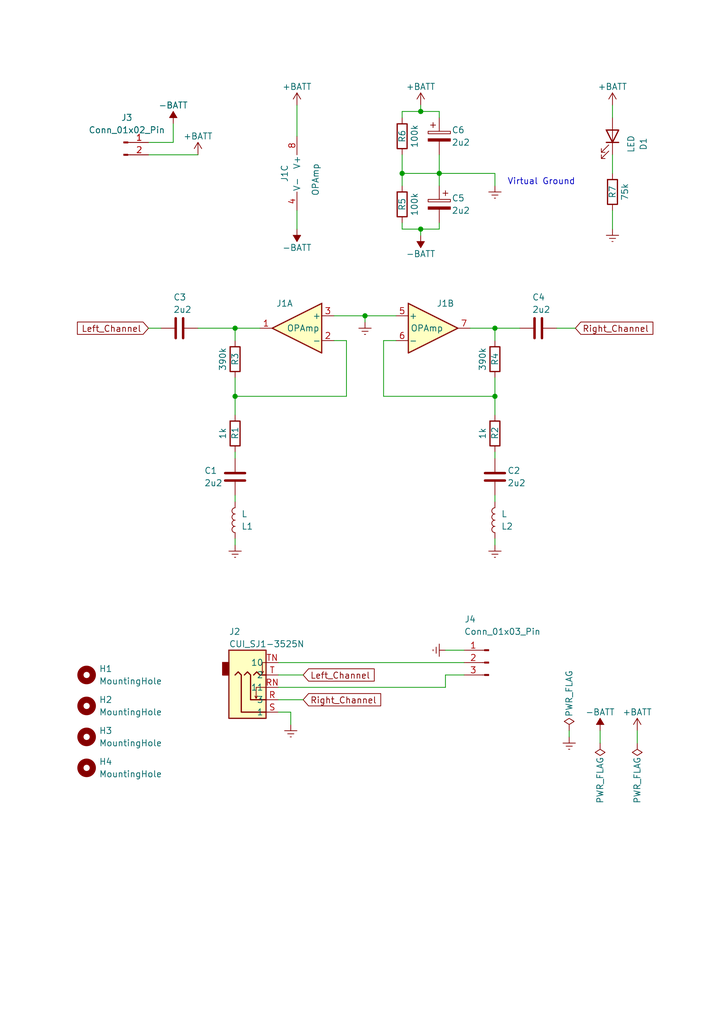
<source format=kicad_sch>
(kicad_sch (version 20230121) (generator eeschema)
  (paper "A5" portrait)
  (title_block (title "ElectroSluch") (date "10.12.2023") (rev "0.1") (company "Chaospott - RF"))
  (lib_symbols
    (symbol "Amplifier_Operational:AD8656" (pin_names (offset 0.127))
      (property "Reference" "U" (at 0 5.08 0))
      (property "Value" "AD8656" (at 0 -5.08 0))
      (symbol "AD8656_1_1"
        (polyline (pts (xy -5.08 5.08) (xy 5.08 0) (xy -5.08 -5.08) (xy -5.08 5.08)) (stroke (width 0.254)) (fill (type background)))
        (pin output line (at 7.62 0 180) (length 2.54) (name "~") (number "1"))
        (pin input line (at -7.62 -2.54 0) (length 2.54) (name "-") (number "2"))
        (pin input line (at -7.62 2.54 0) (length 2.54) (name "+") (number "3"))
      )
      (symbol "AD8656_2_1"
        (polyline (pts (xy -5.08 5.08) (xy 5.08 0) (xy -5.08 -5.08) (xy -5.08 5.08)) (stroke (width 0.254)) (fill (type background)))
        (pin input line (at -7.62 2.54 0) (length 2.54) (name "+") (number "5"))
        (pin input line (at -7.62 -2.54 0) (length 2.54) (name "-") (number "6"))
        (pin output line (at 7.62 0 180) (length 2.54) (name "~") (number "7"))
      )
      (symbol "AD8656_3_1"
        (pin power_in line (at -2.54 -7.62 90) (length 3.81) (name "V-") (number "4"))
        (pin power_in line (at -2.54 7.62 270) (length 3.81) (name "V+") (number "8"))
      )
    )
    (symbol "Connector:Conn_01x02_Pin" (pin_names (offset 1.016) hide)
      (property "Reference" "J" (at 0 2.54 0))
      (property "Value" "Conn_01x02_Pin" (at 0 -5.08 0))
      (symbol "Conn_01x02_Pin_1_1"
        (polyline (pts (xy 1.27 -2.54) (xy 0.8636 -2.54)) (stroke (width 0.1524)))
        (polyline (pts (xy 1.27 0) (xy 0.8636 0)) (stroke (width 0.1524)))
        (rectangle (start 0.8636 -2.413) (end 0 -2.667) (stroke (width 0.1524)) (fill (type outline)))
        (rectangle (start 0.8636 0.127) (end 0 -0.127) (stroke (width 0.1524)) (fill (type outline)))
        (pin passive line (at 5.08 0 180) (length 3.81) (name "Pin_1") (number "1"))
        (pin passive line (at 5.08 -2.54 180) (length 3.81) (name "Pin_2") (number "2"))
      )
    )
    (symbol "Connector:Conn_01x03_Pin" (pin_names (offset 1.016) hide)
      (property "Reference" "J" (at 0 5.08 0))
      (property "Value" "Conn_01x03_Pin" (at 0 -5.08 0))
      (symbol "Conn_01x03_Pin_1_1"
        (polyline (pts (xy 1.27 -2.54) (xy 0.8636 -2.54)) (stroke (width 0.1524)))
        (polyline (pts (xy 1.27 0) (xy 0.8636 0)) (stroke (width 0.1524)))
        (polyline (pts (xy 1.27 2.54) (xy 0.8636 2.54)) (stroke (width 0.1524)))
        (rectangle (start 0.8636 -2.413) (end 0 -2.667) (stroke (width 0.1524)) (fill (type outline)))
        (rectangle (start 0.8636 0.127) (end 0 -0.127) (stroke (width 0.1524)) (fill (type outline)))
        (rectangle (start 0.8636 2.667) (end 0 2.413) (stroke (width 0.1524)) (fill (type outline)))
        (pin passive line (at 5.08 2.54 180) (length 3.81) (name "Pin_1") (number "1"))
        (pin passive line (at 5.08 0 180) (length 3.81) (name "Pin_2") (number "2"))
        (pin passive line (at 5.08 -2.54 180) (length 3.81) (name "Pin_3") (number "3"))
      )
    )
    (symbol "Device:C" (pin_numbers hide) (pin_names (offset 0.254))
      (property "Reference" "C" (at 0.635 2.54 0))
      (property "Value" "C" (at 0.635 -2.54 0))
      (symbol "C_0_1"
        (polyline (pts (xy -2.032 -0.762) (xy 2.032 -0.762)) (stroke (width 0.508)))
        (polyline (pts (xy -2.032 0.762) (xy 2.032 0.762)) (stroke (width 0.508)))
      )
      (symbol "C_1_1"
        (pin passive line (at 0 3.81 270) (length 2.794) (name "~") (number "1"))
        (pin passive line (at 0 -3.81 90) (length 2.794) (name "~") (number "2"))
      )
    )
    (symbol "Device:C_Polarized" (pin_numbers hide) (pin_names (offset 0.254))
      (property "Reference" "C" (at 0.635 2.54 0))
      (property "Value" "C_Polarized" (at 0.635 -2.54 0))
      (symbol "C_Polarized_0_1"
        (rectangle (start -2.286 0.508) (end 2.286 1.016))
        (polyline (pts (xy -1.778 2.286) (xy -0.762 2.286)))
        (polyline (pts (xy -1.27 2.794) (xy -1.27 1.778)))
        (rectangle (start 2.286 -0.508) (end -2.286 -1.016) (fill (type outline)))
      )
      (symbol "C_Polarized_1_1"
        (pin passive line (at 0 3.81 270) (length 2.794) (name "~") (number "1"))
        (pin passive line (at 0 -3.81 90) (length 2.794) (name "~") (number "2"))
      )
    )
    (symbol "Device:L" (pin_numbers hide) (pin_names (offset 1.016) hide)
      (property "Reference" "L" (at -1.27 0 90))
      (property "Value" "L" (at 1.905 0 90))
      (symbol "L_0_1"
        (arc (start 0 -2.54) (mid 0.6323 -1.905) (end 0 -1.27))
        (arc (start 0 -1.27) (mid 0.6323 -0.635) (end 0 0))
        (arc (start 0 0) (mid 0.6323 0.635) (end 0 1.27))
        (arc (start 0 1.27) (mid 0.6323 1.905) (end 0 2.54))
      )
      (symbol "L_1_1"
        (pin passive line (at 0 3.81 270) (length 1.27) (name "1") (number "1"))
        (pin passive line (at 0 -3.81 90) (length 1.27) (name "2") (number "2"))
      )
    )
    (symbol "Device:LED" (pin_numbers hide) (pin_names (offset 1.016) hide)
      (property "Reference" "D" (at 0 2.54 0))
      (property "Value" "LED" (at 0 -2.54 0))
      (symbol "LED_0_1"
        (polyline (pts (xy -1.27 -1.27) (xy -1.27 1.27)) (stroke (width 0.254)))
        (polyline (pts (xy -1.27 0) (xy 1.27 0)))
        (polyline (pts (xy 1.27 -1.27) (xy 1.27 1.27) (xy -1.27 0) (xy 1.27 -1.27)) (stroke (width 0.254)))
        (polyline (pts (xy -3.048 -0.762) (xy -4.572 -2.286) (xy -3.81 -2.286) (xy -4.572 -2.286) (xy -4.572 -1.524)))
        (polyline (pts (xy -1.778 -0.762) (xy -3.302 -2.286) (xy -2.54 -2.286) (xy -3.302 -2.286) (xy -3.302 -1.524)))
      )
      (symbol "LED_1_1"
        (pin passive line (at -3.81 0 0) (length 2.54) (name "K") (number "1"))
        (pin passive line (at 3.81 0 180) (length 2.54) (name "A") (number "2"))
      )
    )
    (symbol "Device:R" (pin_numbers hide) (pin_names (offset 0))
      (property "Reference" "R" (at 2.032 0 90))
      (property "Value" "R" (at 0 0 90))
      (symbol "R_0_1"
        (rectangle (start -1.016 -2.54) (end 1.016 2.54) (stroke (width 0.254)))
      )
      (symbol "R_1_1"
        (pin passive line (at 0 3.81 270) (length 1.27) (name "~") (number "1"))
        (pin passive line (at 0 -3.81 90) (length 1.27) (name "~") (number "2"))
      )
    )
    (symbol "Mechanical:MountingHole" (pin_names (offset 1.016))
      (property "Reference" "H" (at 0 5.08 0))
      (property "Value" "MountingHole" (at 0 3.175 0))
      (symbol "MountingHole_0_1"
        (circle (center 0 0) (radius 1.27) (stroke (width 1.27)))
      )
    )
    (symbol "electrosluch_parts:AudioJack_CUI_SJ1-3525N"
      (property "Reference" "J2" (at 0.635 7.62 90))
      (property "Value" "CUI_SJ1_3525N" (at -1.905 7.62 90))
      (symbol "AudioJack_CUI_SJ1-3525N_0_1"
        (rectangle (start -5.08 -5.08) (end -6.35 -7.62) (stroke (width 0.254)) (fill (type outline)))
        (rectangle (start -5.08 3.81) (end 2.54 -10.16) (stroke (width 0.254)) (fill (type background)))
        (polyline (pts (xy 0.508 -0.254) (xy 0.762 -0.762)))
        (polyline (pts (xy 1.778 -5.334) (xy 2.032 -5.842)))
        (polyline (pts (xy 0 -5.08) (xy 0.635 -5.715) (xy 1.27 -5.08) (xy 2.54 -5.08)) (stroke (width 0.254)))
        (polyline (pts (xy 2.54 -7.62) (xy 1.778 -7.62) (xy 1.778 -5.334) (xy 1.524 -5.842)))
        (polyline (pts (xy 2.54 -2.54) (xy 0.508 -2.54) (xy 0.508 -0.254) (xy 0.254 -0.762)))
        (polyline (pts (xy -1.905 -5.08) (xy -1.27 -5.715) (xy -0.635 -5.08) (xy -0.635 0) (xy 2.54 0)) (stroke (width 0.254)))
        (polyline (pts (xy 2.54 2.54) (xy -2.54 2.54) (xy -2.54 -5.08) (xy -3.175 -5.715) (xy -3.81 -5.08)) (stroke (width 0.254)))
      )
      (symbol "AudioJack_CUI_SJ1-3525N_1_1"
        (pin passive line (at 5.08 0 180) (length 2.54) (name "~") (number "R") (alternate "3" passive line))
        (pin passive line (at 5.08 -2.54 180) (length 2.54) (name "~") (number "RN") (alternate "11" passive line))
        (pin passive line (at 5.08 2.54 180) (length 2.54) (name "~") (number "S") (alternate "1" passive line))
        (pin passive line (at 5.08 -5.08 180) (length 2.54) (name "~") (number "T") (alternate "2" passive line))
        (pin passive line (at 5.08 -7.62 180) (length 2.54) (name "~") (number "TN") (alternate "10" passive line))
      )
    )
    (symbol "power:+BATT" (power) (pin_names (offset 0))
      (property "Value" "+BATT" (at 0 3.556 0))
      (symbol "+BATT_0_1"
        (polyline (pts (xy -0.762 1.27) (xy 0 2.54)))
        (polyline (pts (xy 0 0) (xy 0 2.54)))
        (polyline (pts (xy 0 2.54) (xy 0.762 1.27)))
      )
      (symbol "+BATT_1_1"
        (pin power_in line (at 0 0 90) (length 0) hide (name "+BATT") (number "1"))
      )
    )
    (symbol "power:-BATT" (power) (pin_names (offset 0))
      (property "Value" "-BATT" (at 0 3.556 0))
      (symbol "-BATT_0_1"
        (polyline (pts (xy 0 0) (xy 0 2.54)))
        (polyline (pts (xy 0.762 1.27) (xy -0.762 1.27) (xy 0 2.54) (xy 0.762 1.27)) (fill (type outline)))
      )
      (symbol "-BATT_1_1"
        (pin power_in line (at 0 0 90) (length 0) hide (name "-BATT") (number "1"))
      )
    )
    (symbol "power:Earth" (power) (pin_names (offset 0))
      (symbol "Earth_0_1"
        (polyline (pts (xy -0.635 -1.905) (xy 0.635 -1.905)))
        (polyline (pts (xy -0.127 -2.54) (xy 0.127 -2.54)))
        (polyline (pts (xy 0 -1.27) (xy 0 0)))
        (polyline (pts (xy 1.27 -1.27) (xy -1.27 -1.27)))
      )
      (symbol "Earth_1_1"
        (pin power_in line (at 0 0 270) (length 0) hide (name "Earth") (number "1"))
      )
    )
    (symbol "power:PWR_FLAG" (power) (pin_numbers hide) (pin_names (offset 0) hide)
      (property "Value" "PWR_FLAG" (at 0 3.81 0))
      (symbol "PWR_FLAG_0_0"
        (pin power_out line (at 0 0 90) (length 0) (name "pwr") (number "1"))
      )
      (symbol "PWR_FLAG_0_1"
        (polyline (pts (xy 0 0) (xy 0 1.27) (xy -1.016 1.905) (xy 0 2.54) (xy 1.016 1.905) (xy 0 1.27)))
      )
    )
  )
  (junction (at 48.26 81.28))
  (junction (at 86.36 22.86))
  (junction (at 101.6 67.31))
  (junction (at 101.6 81.28))
  (junction (at 48.26 67.31))
  (junction (at 86.36 46.99))
  (junction (at 90.17 35.56))
  (junction (at 82.55 35.56))
  (junction (at 74.93 64.77))
  (wire (pts (xy 59.69 146.05) (xy 59.69 148.59)))
  (wire (pts (xy 78.74 81.28) (xy 101.6 81.28)))
  (wire (pts (xy 82.55 35.56) (xy 90.17 35.56)))
  (wire (pts (xy 86.36 46.99) (xy 82.55 46.99)))
  (wire (pts (xy 101.6 77.47) (xy 101.6 81.28)))
  (wire (pts (xy 125.73 21.59) (xy 125.73 24.13)))
  (wire (pts (xy 62.23 143.51) (xy 57.15 143.51)))
  (wire (pts (xy 35.56 25.4) (xy 35.56 29.21)))
  (wire (pts (xy 90.17 35.56) (xy 90.17 31.75)))
  (wire (pts (xy 82.55 22.86) (xy 86.36 22.86)))
  (wire (pts (xy 60.96 21.59) (xy 60.96 27.94)))
  (wire (pts (xy 33.02 67.31) (xy 30.48 67.31)))
  (wire (pts (xy 48.26 77.47) (xy 48.26 81.28)))
  (wire (pts (xy 68.58 64.77) (xy 74.93 64.77)))
  (wire (pts (xy 48.26 81.28) (xy 71.12 81.28)))
  (wire (pts (xy 101.6 67.31) (xy 101.6 69.85)))
  (wire (pts (xy 91.44 138.43) (xy 91.44 140.97)))
  (wire (pts (xy 71.12 69.85) (xy 68.58 69.85)))
  (wire (pts (xy 101.6 35.56) (xy 90.17 35.56)))
  (wire (pts (xy 48.26 67.31) (xy 48.26 69.85)))
  (wire (pts (xy 96.52 67.31) (xy 101.6 67.31)))
  (wire (pts (xy 35.56 29.21) (xy 30.48 29.21)))
  (wire (pts (xy 125.73 35.56) (xy 125.73 31.75)))
  (wire (pts (xy 82.55 22.86) (xy 82.55 24.13)))
  (wire (pts (xy 59.69 146.05) (xy 57.15 146.05)))
  (wire (pts (xy 74.93 64.77) (xy 81.28 64.77)))
  (wire (pts (xy 30.48 31.75) (xy 40.64 31.75)))
  (wire (pts (xy 125.73 46.99) (xy 125.73 43.18)))
  (wire (pts (xy 101.6 81.28) (xy 101.6 85.09)))
  (wire (pts (xy 57.15 135.89) (xy 95.25 135.89)))
  (wire (pts (xy 86.36 21.59) (xy 86.36 22.86)))
  (wire (pts (xy 86.36 48.26) (xy 86.36 46.99)))
  (wire (pts (xy 78.74 69.85) (xy 81.28 69.85)))
  (wire (pts (xy 60.96 43.18) (xy 60.96 46.99)))
  (wire (pts (xy 91.44 133.35) (xy 95.25 133.35)))
  (wire (pts (xy 101.6 111.76) (xy 101.6 110.49)))
  (wire (pts (xy 101.6 93.98) (xy 101.6 92.71)))
  (wire (pts (xy 101.6 102.87) (xy 101.6 101.6)))
  (wire (pts (xy 62.23 138.43) (xy 57.15 138.43)))
  (wire (pts (xy 101.6 35.56) (xy 101.6 38.1)))
  (wire (pts (xy 82.55 46.99) (xy 82.55 45.72)))
  (wire (pts (xy 71.12 81.28) (xy 71.12 69.85)))
  (wire (pts (xy 90.17 45.72) (xy 90.17 46.99)))
  (wire (pts (xy 130.81 149.86) (xy 130.81 152.4)))
  (wire (pts (xy 116.84 149.86) (xy 116.84 151.13)))
  (wire (pts (xy 91.44 138.43) (xy 95.25 138.43)))
  (wire (pts (xy 123.19 149.86) (xy 123.19 152.4)))
  (wire (pts (xy 82.55 35.56) (xy 82.55 38.1)))
  (wire (pts (xy 40.64 67.31) (xy 48.26 67.31)))
  (wire (pts (xy 48.26 85.09) (xy 48.26 81.28)))
  (wire (pts (xy 48.26 102.87) (xy 48.26 101.6)))
  (wire (pts (xy 106.68 67.31) (xy 101.6 67.31)))
  (wire (pts (xy 114.3 67.31) (xy 118.11 67.31)))
  (wire (pts (xy 90.17 35.56) (xy 90.17 38.1)))
  (wire (pts (xy 48.26 67.31) (xy 53.34 67.31)))
  (wire (pts (xy 48.26 111.76) (xy 48.26 110.49)))
  (wire (pts (xy 91.44 140.97) (xy 57.15 140.97)))
  (wire (pts (xy 90.17 24.13) (xy 90.17 22.86)))
  (wire (pts (xy 82.55 31.75) (xy 82.55 35.56)))
  (wire (pts (xy 90.17 46.99) (xy 86.36 46.99)))
  (wire (pts (xy 74.93 64.77) (xy 74.93 66.04)))
  (wire (pts (xy 48.26 93.98) (xy 48.26 92.71)))
  (wire (pts (xy 86.36 22.86) (xy 90.17 22.86)))
  (wire (pts (xy 78.74 69.85) (xy 78.74 81.28)))
  (text "Virtual Ground" (at 104.14 38.1 0) (effects (font (size 1.27 1.27)) (justify left bottom)))
  (global_label "Left_Channel" (shape input) (at 30.48 67.31 180) (property "Intersheetrefs" "${INTERSHEET_REFS}" (effects hide)))
  (global_label "Right_Channel" (shape input) (at 118.11 67.31 0) (property "Intersheetrefs" "${INTERSHEET_REFS}" (effects hide)))
  (global_label "Left_Channel" (shape input) (at 62.23 138.43 0) (property "Intersheetrefs" "${INTERSHEET_REFS}" (effects hide)))
  (global_label "Right_Channel" (shape input) (at 62.23 143.51 0) (property "Intersheetrefs" "${INTERSHEET_REFS}" (effects hide)))
  (symbol (lib_id "power:Earth") (at 101.6 38.1 0) (unit 1)
    (property "Reference" "#PWR01" (effects hide))
    (property "Value" "Earth" (effects hide))
  )
  (symbol (lib_id "Device:LED") (at 125.73 27.94 270) (mirror x) (unit 1)
    (property "Reference" "D1" (at 132.08 29.5275 0))
    (property "Value" "LED" (at 129.54 29.5275 0))
    (property "Footprint" "LED_THT:LED_D4.0mm" (effects hide))
  )
  (symbol (lib_id "power:-BATT") (at 60.96 46.99 180) (unit 1)
    (property "Reference" "#PWR020" (effects hide))
    (property "Value" "-BATT" (at 60.96 50.8 0))
    (property "Footprint" "Connector_Pin:Pin_D1.0mm_L10.0mm_LooseFit" (effects hide))
  )
  (symbol (lib_id "Device:R") (at 48.26 73.66 0) (unit 1)
    (property "Reference" "R3" (at 48.26 73.66 90))
    (property "Value" "390k" (at 45.72 73.66 90))
    (property "Footprint" "Resistor_THT:R_Box_L13.0mm_W4.0mm_P9.00mm" (effects hide))
  )
  (symbol (lib_id "power:Earth") (at 59.69 148.59 0) (unit 1)
    (property "Reference" "#PWR010" (effects hide))
    (property "Value" "Earth" (effects hide))
  )
  (symbol (lib_id "Mechanical:MountingHole") (at 17.78 138.43 0) (unit 1) (in_bom no)
    (property "Reference" "H1" (at 20.32 137.16 0) (effects (justify left)))
    (property "Value" "MountingHole" (at 20.32 139.7 0) (effects (justify left)))
    (property "Footprint" "MountingHole:MountingHole_3.2mm_M3" (effects hide))
  )
  (symbol (lib_id "power:+BATT") (at 130.81 149.86 0) (unit 1)
    (property "Reference" "#PWR017" (effects hide))
    (property "Value" "+BATT" (at 130.81 146.05 0))
    (property "Footprint" "Connector_Pin:Pin_D1.0mm_L10.0mm_LooseFit" (effects hide))
  )
  (symbol (lib_id "power:+BATT") (at 60.96 21.59 0) (unit 1)
    (property "Reference" "#PWR021" (effects hide))
    (property "Value" "+BATT" (at 60.96 17.78 0))
    (property "Footprint" "Connector_Pin:Pin_D1.0mm_L10.0mm_LooseFit" (effects hide))
  )
  (symbol (lib_id "Amplifier_Operational:AD8656") (at 63.5 35.56 0) (unit 3)
    (property "Reference" "J1" (at 58.42 35.56 90))
    (property "Value" "OPAmp" (at 64.77 36.83 90))
    (property "Footprint" "Package_DIP:DIP-8_W7.62mm_Socket" (effects hide))
    (property "Datasheet" "https://www.analog.com/media/en/technical-documentation/data-sheets/ad8655_8656.pdf" (effects hide))
  )
  (symbol (lib_id "Device:R") (at 82.55 41.91 0) (unit 1)
    (property "Reference" "R5" (at 82.55 41.91 90))
    (property "Value" "100k" (at 85.09 41.91 90))
    (property "Footprint" "Resistor_THT:R_Box_L13.0mm_W4.0mm_P9.00mm" (effects hide))
  )
  (symbol (lib_id "Device:R") (at 125.73 39.37 0) (unit 1)
    (property "Reference" "R7" (at 125.73 39.37 90))
    (property "Value" "75k" (at 128.27 39.37 90))
    (property "Footprint" "Resistor_THT:R_Box_L13.0mm_W4.0mm_P9.00mm" (effects hide))
  )
  (symbol (lib_id "Device:R") (at 82.55 27.94 0) (unit 1)
    (property "Reference" "R6" (at 82.55 27.94 90))
    (property "Value" "100k" (at 85.09 27.94 90))
    (property "Footprint" "Resistor_THT:R_Box_L13.0mm_W4.0mm_P9.00mm" (effects hide))
  )
  (symbol (lib_id "power:Earth") (at 116.84 151.13 0) (unit 1)
    (property "Reference" "#PWR015" (effects hide))
    (property "Value" "Earth" (effects hide))
  )
  (symbol (lib_id "power:-BATT") (at 35.56 25.4 0) (unit 1)
    (property "Reference" "#PWR06" (effects hide))
    (property "Value" "-BATT" (at 35.56 21.59 0))
    (property "Footprint" "Connector_Pin:Pin_D1.0mm_L10.0mm_LooseFit" (effects hide))
  )
  (symbol (lib_id "power:PWR_FLAG") (at 116.84 149.86 0) (unit 1) (in_bom no)
    (property "Reference" "#FLG01" (effects hide))
    (property "Value" "PWR_FLAG" (at 116.84 142.24 90))
  )
  (symbol (lib_id "electrosluch_parts:AudioJack_CUI_SJ1-3525N") (at 52.07 143.51 0) (mirror x) (unit 1)
    (property "Reference" "J2" (at 46.99 129.54 0) (effects (justify left)))
    (property "Value" "CUI_SJ1-3525N" (at 46.99 132.08 0) (effects (justify left)))
    (property "Footprint" "electrosluch_parts:Jack_3.5mm_CUI_SJ1-3525N_Horizontal" (effects hide))
    (pin "R" (alternate "3"))
    (pin "RN" (alternate "11"))
    (pin "S" (alternate "1"))
    (pin "T" (alternate "2"))
    (pin "TN" (alternate "10"))
  )
  (symbol (lib_id "Device:L") (at 101.6 106.68 0) (mirror y) (unit 1)
    (property "Reference" "L2" (at 102.87 107.95 0) (effects (justify right)))
    (property "Value" "L" (at 102.87 105.41 0) (effects (justify right)))
    (property "Footprint" "Inductor_THT:L_Radial_D6.0mm_P4.00mm" (effects hide))
  )
  (symbol (lib_id "Amplifier_Operational:AD8656") (at 60.96 67.31 0) (mirror y) (unit 1)
    (property "Reference" "J1" (at 58.42 62.23 0))
    (property "Value" "OPAmp" (at 62.23 67.31 0))
    (property "Footprint" "Package_DIP:DIP-8_W7.62mm_Socket" (effects hide))
    (property "Datasheet" "https://www.analog.com/media/en/technical-documentation/data-sheets/ad8655_8656.pdf" (effects hide))
  )
  (symbol (lib_id "Device:C_Polarized") (at 90.17 27.94 0) (unit 1)
    (property "Reference" "C6" (at 92.71 26.67 0) (effects (justify left)))
    (property "Value" "2u2" (at 92.71 29.21 0) (effects (justify left)))
    (property "Footprint" "Capacitor_THT:CP_Radial_D5.0mm_P2.50mm" (effects hide))
  )
  (symbol (lib_id "power:PWR_FLAG") (at 130.81 152.4 180) (unit 1) (in_bom no)
    (property "Reference" "#FLG03" (effects hide))
    (property "Value" "PWR_FLAG" (at 130.81 160.02 90))
  )
  (symbol (lib_id "Device:C") (at 48.26 97.79 0) (mirror y) (unit 1)
    (property "Reference" "C1" (at 41.91 96.52 0) (effects (justify right)))
    (property "Value" "2u2" (at 41.91 99.06 0) (effects (justify right)))
    (property "Footprint" "Capacitor_THT:CP_Radial_D5.0mm_P2.50mm" (effects hide))
  )
  (symbol (lib_id "Device:C") (at 110.49 67.31 270) (unit 1)
    (property "Reference" "C4" (at 109.22 60.96 90) (effects (justify left)))
    (property "Value" "2u2" (at 109.22 63.5 90) (effects (justify left)))
    (property "Footprint" "Capacitor_THT:CP_Radial_D5.0mm_P2.50mm" (effects hide))
  )
  (symbol (lib_id "Device:R") (at 101.6 73.66 180) (unit 1)
    (property "Reference" "R4" (at 101.6 73.66 90))
    (property "Value" "390k" (at 99.06 73.66 90))
    (property "Footprint" "Resistor_THT:R_Box_L13.0mm_W4.0mm_P9.00mm" (effects hide))
  )
  (symbol (lib_id "power:Earth") (at 48.26 111.76 0) (unit 1)
    (property "Reference" "#PWR05" (effects hide))
    (property "Value" "Earth" (effects hide))
  )
  (symbol (lib_id "power:-BATT") (at 123.19 149.86 0) (unit 1)
    (property "Reference" "#PWR016" (effects hide))
    (property "Value" "-BATT" (at 123.19 146.05 0))
    (property "Footprint" "Connector_Pin:Pin_D1.0mm_L10.0mm_LooseFit" (effects hide))
  )
  (symbol (lib_id "power:+BATT") (at 40.64 31.75 0) (unit 1)
    (property "Reference" "#PWR07" (effects hide))
    (property "Value" "+BATT" (at 40.64 27.94 0))
    (property "Footprint" "Connector_Pin:Pin_D1.0mm_L10.0mm_LooseFit" (effects hide))
  )
  (symbol (lib_id "Connector:Conn_01x03_Pin") (at 100.33 135.89 0) (mirror y) (unit 1)
    (property "Reference" "J4" (at 96.52 127 0))
    (property "Value" "Conn_01x03_Pin" (at 95.25 129.54 0) (effects (justify right)))
    (property "Footprint" "Connector_PinHeader_2.54mm:PinHeader_1x03_P2.54mm_Vertical" (effects hide))
  )
  (symbol (lib_id "power:Earth") (at 74.93 66.04 0) (mirror y) (unit 1)
    (property "Reference" "#PWR019" (effects hide))
    (property "Value" "Earth" (effects hide))
  )
  (symbol (lib_id "Amplifier_Operational:AD8656") (at 88.9 67.31 0) (unit 2)
    (property "Reference" "J1" (at 91.44 62.23 0))
    (property "Value" "OPAmp" (at 87.63 67.31 0))
    (property "Footprint" "Package_DIP:DIP-8_W7.62mm_Socket" (effects hide))
    (property "Datasheet" "https://www.analog.com/media/en/technical-documentation/data-sheets/ad8655_8656.pdf" (effects hide))
  )
  (symbol (lib_id "Device:L") (at 48.26 106.68 0) (mirror y) (unit 1)
    (property "Reference" "L1" (at 49.53 107.95 0) (effects (justify right)))
    (property "Value" "L" (at 49.53 105.41 0) (effects (justify right)))
    (property "Footprint" "Inductor_THT:L_Radial_D6.0mm_P4.00mm" (effects hide))
  )
  (symbol (lib_id "power:Earth") (at 101.6 111.76 0) (unit 1)
    (property "Reference" "#PWR04" (effects hide))
    (property "Value" "Earth" (effects hide))
  )
  (symbol (lib_id "power:PWR_FLAG") (at 123.19 152.4 180) (unit 1) (in_bom no)
    (property "Reference" "#FLG02" (effects hide))
    (property "Value" "PWR_FLAG" (at 123.19 160.02 90))
  )
  (symbol (lib_id "Mechanical:MountingHole") (at 17.78 144.78 0) (unit 1) (in_bom no)
    (property "Reference" "H2" (at 20.32 143.51 0) (effects (justify left)))
    (property "Value" "MountingHole" (at 20.32 146.05 0) (effects (justify left)))
    (property "Footprint" "MountingHole:MountingHole_3.2mm_M3" (effects hide))
  )
  (symbol (lib_id "Connector:Conn_01x02_Pin") (at 25.4 29.21 0) (unit 1)
    (property "Reference" "J3" (at 26.035 24.13 0))
    (property "Value" "Conn_01x02_Pin" (at 26.035 26.67 0))
    (property "Footprint" "Connector_PinHeader_2.54mm:PinHeader_1x02_P2.54mm_Vertical" (effects hide))
  )
  (symbol (lib_id "Device:R") (at 101.6 88.9 0) (mirror y) (unit 1)
    (property "Reference" "R2" (at 101.6 90.17 90) (effects (justify left)))
    (property "Value" "1k" (at 99.06 88.9 90))
    (property "Footprint" "Resistor_THT:R_Box_L13.0mm_W4.0mm_P9.00mm" (effects hide))
  )
  (symbol (lib_id "Device:R") (at 48.26 88.9 0) (mirror y) (unit 1)
    (property "Reference" "R1" (at 48.26 90.17 90) (effects (justify left)))
    (property "Value" "1k" (at 45.72 88.9 90))
    (property "Footprint" "Resistor_THT:R_Box_L13.0mm_W4.0mm_P9.00mm" (effects hide))
  )
  (symbol (lib_id "power:+BATT") (at 86.36 21.59 0) (unit 1)
    (property "Reference" "#PWR02" (effects hide))
    (property "Value" "+BATT" (at 86.36 17.78 0))
    (property "Footprint" "Connector_Pin:Pin_D1.0mm_L10.0mm_LooseFit" (effects hide))
  )
  (symbol (lib_id "power:+BATT") (at 125.73 21.59 0) (unit 1)
    (property "Reference" "#PWR018" (effects hide))
    (property "Value" "+BATT" (at 125.73 17.78 0))
    (property "Footprint" "Connector_Pin:Pin_D1.0mm_L10.0mm_LooseFit" (effects hide))
  )
  (symbol (lib_id "power:Earth") (at 91.44 133.35 270) (unit 1)
    (property "Reference" "#PWR011" (effects hide))
    (property "Value" "Earth" (effects hide))
  )
  (symbol (lib_id "power:-BATT") (at 86.36 48.26 180) (unit 1)
    (property "Reference" "#PWR03" (effects hide))
    (property "Value" "-BATT" (at 86.36 52.07 0))
    (property "Footprint" "Connector_Pin:Pin_D1.0mm_L10.0mm_LooseFit" (effects hide))
  )
  (symbol (lib_id "Device:C_Polarized") (at 90.17 41.91 0) (mirror y) (unit 1)
    (property "Reference" "C5" (at 92.71 40.64 0) (effects (justify right)))
    (property "Value" "2u2" (at 92.71 43.18 0) (effects (justify right)))
    (property "Footprint" "Capacitor_THT:CP_Radial_D5.0mm_P2.50mm" (effects hide))
  )
  (symbol (lib_id "Device:C") (at 101.6 97.79 0) (unit 1)
    (property "Reference" "C2" (at 104.14 96.52 0) (effects (justify left)))
    (property "Value" "2u2" (at 104.14 99.06 0) (effects (justify left)))
    (property "Footprint" "Capacitor_THT:CP_Radial_D5.0mm_P2.50mm" (effects hide))
  )
  (symbol (lib_id "Mechanical:MountingHole") (at 17.78 157.48 0) (unit 1) (in_bom no)
    (property "Reference" "H4" (at 20.32 156.21 0) (effects (justify left)))
    (property "Value" "MountingHole" (at 20.32 158.75 0) (effects (justify left)))
    (property "Footprint" "MountingHole:MountingHole_3.2mm_M3" (effects hide))
  )
  (symbol (lib_id "power:Earth") (at 125.73 46.99 0) (unit 1)
    (property "Reference" "#PWR09" (effects hide))
    (property "Value" "Earth" (effects hide))
  )
  (symbol (lib_id "Device:C") (at 36.83 67.31 90) (unit 1)
    (property "Reference" "C3" (at 35.56 60.96 90) (effects (justify right)))
    (property "Value" "2u2" (at 35.56 63.5 90) (effects (justify right)))
    (property "Footprint" "Capacitor_THT:CP_Radial_D5.0mm_P2.50mm" (effects hide))
  )
  (symbol (lib_id "Mechanical:MountingHole") (at 17.78 151.13 0) (unit 1) (in_bom no)
    (property "Reference" "H3" (at 20.32 149.86 0) (effects (justify left)))
    (property "Value" "MountingHole" (at 20.32 152.4 0) (effects (justify left)))
    (property "Footprint" "MountingHole:MountingHole_3.2mm_M3" (effects hide))
  )
)
</source>
